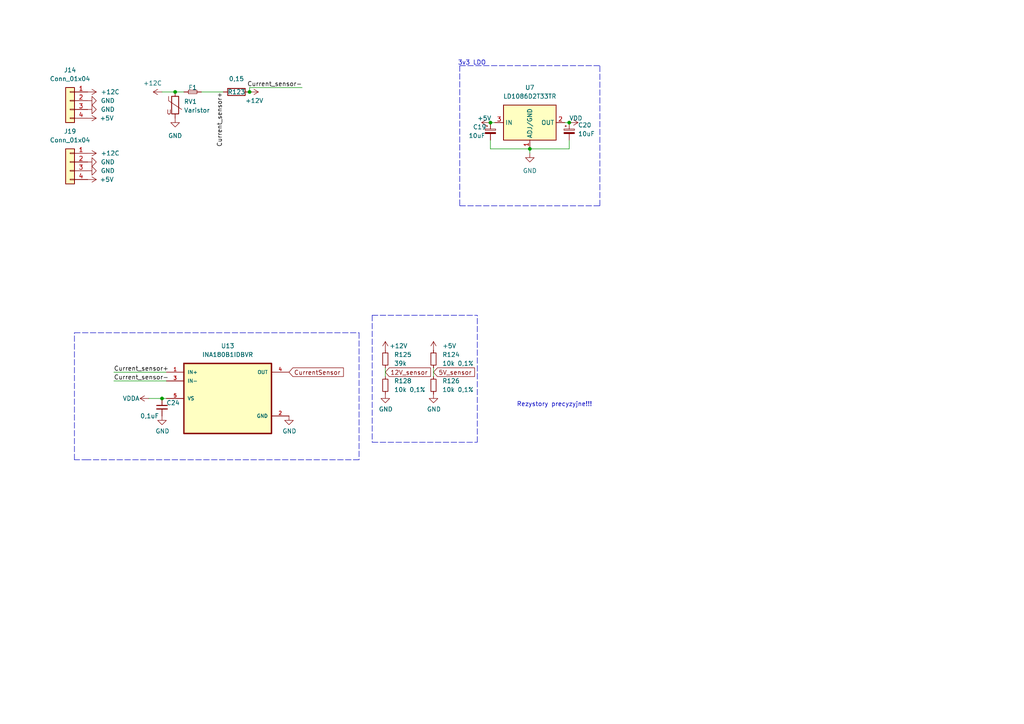
<source format=kicad_sch>
(kicad_sch (version 20211123) (generator eeschema)
  (paper "A4")
  (title_block (date "2022-11-22"))
  (lib_symbols
    (symbol "Amplifier_Current:INA180B1IDBVR" (pin_names (offset 1.016))
      (property "Reference" "U" (at -12.7 11.16 0))
      (property "Value" "INA180B1IDBVR" (at -12.7 -14.16 0))
      (symbol "INA180B1IDBVR_0_0"
        (rectangle (start -12.7 -10.16) (end 12.7 10.16) (stroke (width 0.41)) (fill (type background)))
        (pin input line (at -17.78 7.62 0) (length 5.08) (name "IN+") (number "1"))
        (pin power_in line (at 17.78 -5.08 180) (length 5.08) (name "GND") (number "2"))
        (pin input line (at -17.78 5.08 0) (length 5.08) (name "IN-") (number "3"))
        (pin output line (at 17.78 7.62 180) (length 5.08) (name "OUT") (number "4"))
        (pin bidirectional line (at -17.78 0 0) (length 5.08) (name "VS") (number "5"))
      )
    )
    (symbol "Connector_Generic:Conn_01x04" (pin_names (offset 1.016) hide)
      (property "Reference" "J" (at 0 5.08 0))
      (property "Value" "Conn_01x04" (at 0 -7.62 0))
      (symbol "Conn_01x04_1_1"
        (rectangle (start -1.27 -4.953) (end 0 -5.207) (stroke (width 0.1524)))
        (rectangle (start -1.27 -2.413) (end 0 -2.667) (stroke (width 0.1524)))
        (rectangle (start -1.27 0.127) (end 0 -0.127) (stroke (width 0.1524)))
        (rectangle (start -1.27 2.667) (end 0 2.413) (stroke (width 0.1524)))
        (rectangle (start -1.27 3.81) (end 1.27 -6.35) (stroke (width 0.254)) (fill (type background)))
        (pin passive line (at -5.08 2.54 0) (length 3.81) (name "Pin_1") (number "1"))
        (pin passive line (at -5.08 0 0) (length 3.81) (name "Pin_2") (number "2"))
        (pin passive line (at -5.08 -2.54 0) (length 3.81) (name "Pin_3") (number "3"))
        (pin passive line (at -5.08 -5.08 0) (length 3.81) (name "Pin_4") (number "4"))
      )
    )
    (symbol "Device:C_Polarized_Small" (pin_numbers hide) (pin_names (offset 0.254) hide)
      (property "Reference" "C" (at 0.254 1.778 0))
      (property "Value" "C_Polarized_Small" (at 0.254 -2.032 0))
      (symbol "C_Polarized_Small_0_1"
        (rectangle (start -1.524 -0.3048) (end 1.524 -0.6858) (fill (type outline)))
        (rectangle (start -1.524 0.6858) (end 1.524 0.3048))
        (polyline (pts (xy -1.27 1.524) (xy -0.762 1.524)))
        (polyline (pts (xy -1.016 1.27) (xy -1.016 1.778)))
      )
      (symbol "C_Polarized_Small_1_1"
        (pin passive line (at 0 2.54 270) (length 1.8542) (name "~") (number "1"))
        (pin passive line (at 0 -2.54 90) (length 1.8542) (name "~") (number "2"))
      )
    )
    (symbol "Device:C_Small" (pin_numbers hide) (pin_names (offset 0.254) hide)
      (property "Reference" "C" (at 0.254 1.778 0))
      (property "Value" "C_Small" (at 0.254 -2.032 0))
      (symbol "C_Small_0_1"
        (polyline (pts (xy -1.524 -0.508) (xy 1.524 -0.508)) (stroke (width 0.3302)))
        (polyline (pts (xy -1.524 0.508) (xy 1.524 0.508)) (stroke (width 0.3048)))
      )
      (symbol "C_Small_1_1"
        (pin passive line (at 0 2.54 270) (length 2.032) (name "~") (number "1"))
        (pin passive line (at 0 -2.54 90) (length 2.032) (name "~") (number "2"))
      )
    )
    (symbol "Device:Fuse_Small" (pin_numbers hide) (pin_names (offset 0.254) hide)
      (property "Reference" "F" (at 0 -1.524 0))
      (property "Value" "Fuse_Small" (at 0 1.524 0))
      (symbol "Fuse_Small_0_1"
        (rectangle (start -1.27 0.508) (end 1.27 -0.508))
        (polyline (pts (xy -1.27 0) (xy 1.27 0)))
      )
      (symbol "Fuse_Small_1_1"
        (pin passive line (at -2.54 0 0) (length 1.27) (name "~") (number "1"))
        (pin passive line (at 2.54 0 180) (length 1.27) (name "~") (number "2"))
      )
    )
    (symbol "Device:R" (pin_numbers hide) (pin_names (offset 0))
      (property "Reference" "R" (at 2.032 0 90))
      (property "Value" "R" (at 0 0 90))
      (symbol "R_0_1"
        (rectangle (start -1.016 -2.54) (end 1.016 2.54) (stroke (width 0.254)))
      )
      (symbol "R_1_1"
        (pin passive line (at 0 3.81 270) (length 1.27) (name "~") (number "1"))
        (pin passive line (at 0 -3.81 90) (length 1.27) (name "~") (number "2"))
      )
    )
    (symbol "Device:R_Small" (pin_numbers hide) (pin_names (offset 0.254) hide)
      (property "Reference" "R" (at 0.762 0.508 0))
      (property "Value" "R_Small" (at 0.762 -1.016 0))
      (symbol "R_Small_0_1"
        (rectangle (start -0.762 1.778) (end 0.762 -1.778) (stroke (width 0.2032)))
      )
      (symbol "R_Small_1_1"
        (pin passive line (at 0 2.54 270) (length 0.762) (name "~") (number "1"))
        (pin passive line (at 0 -2.54 90) (length 0.762) (name "~") (number "2"))
      )
    )
    (symbol "Device:Varistor" (pin_numbers hide) (pin_names (offset 0))
      (property "Reference" "RV" (at 3.175 0 90))
      (property "Value" "Varistor" (at -3.175 0 90))
      (symbol "Varistor_0_0"
        (text "U" (at -1.778 -2.032 0) (effects (font (size 1.27 1.27))))
      )
      (symbol "Varistor_0_1"
        (rectangle (start -1.016 -2.54) (end 1.016 2.54) (stroke (width 0.254)))
        (polyline (pts (xy -1.905 2.54) (xy -1.905 1.27) (xy 1.905 -1.27)))
      )
      (symbol "Varistor_1_1"
        (pin passive line (at 0 3.81 270) (length 1.27) (name "~") (number "1"))
        (pin passive line (at 0 -3.81 90) (length 1.27) (name "~") (number "2"))
      )
    )
    (symbol "Regulator_Linear:LD1086D2T33TR"
      (property "Reference" "U" (at 0 10.16 0))
      (property "Value" "LD1086D2T33TR" (at 0 7.62 0))
      (symbol "LD1086D2T33TR_1_1"
        (rectangle (start -7.62 -5.08) (end 7.62 5.08) (stroke (width 0.254)) (fill (type background)))
        (pin input line (at 0 -7.62 90) (length 2.54) (name "ADJ/GND") (number "1"))
        (pin power_out line (at 10.16 0 180) (length 2.54) (name "OUT") (number "2"))
        (pin power_in line (at -10.16 0 0) (length 2.54) (name "IN") (number "3"))
      )
    )
    (symbol "power:+12C" (power) (pin_names (offset 0))
      (property "Value" "+12C" (at 0 3.81 0))
      (symbol "+12C_0_1"
        (polyline (pts (xy -0.762 1.27) (xy 0 2.54)))
        (polyline (pts (xy 0 0) (xy 0 2.54)))
        (polyline (pts (xy 0 2.54) (xy 0.762 1.27)))
      )
      (symbol "+12C_1_1"
        (pin power_in line (at 0 0 90) (length 0) hide (name "+12C") (number "1"))
      )
    )
    (symbol "power:+12V" (power) (pin_names (offset 0))
      (property "Value" "+12V" (at 0 3.556 0))
      (symbol "+12V_0_1"
        (polyline (pts (xy -0.762 1.27) (xy 0 2.54)))
        (polyline (pts (xy 0 0) (xy 0 2.54)))
        (polyline (pts (xy 0 2.54) (xy 0.762 1.27)))
      )
      (symbol "+12V_1_1"
        (pin power_in line (at 0 0 90) (length 0) hide (name "+12V") (number "1"))
      )
    )
    (symbol "power:+5V" (power) (pin_names (offset 0))
      (property "Value" "+5V" (at 0 3.556 0))
      (symbol "+5V_0_1"
        (polyline (pts (xy -0.762 1.27) (xy 0 2.54)))
        (polyline (pts (xy 0 0) (xy 0 2.54)))
        (polyline (pts (xy 0 2.54) (xy 0.762 1.27)))
      )
      (symbol "+5V_1_1"
        (pin power_in line (at 0 0 90) (length 0) hide (name "+5V") (number "1"))
      )
    )
    (symbol "power:GND" (power) (pin_names (offset 0))
      (property "Value" "GND" (at 0 -3.81 0))
      (symbol "GND_0_1"
        (polyline (pts (xy 0 0) (xy 0 -1.27) (xy 1.27 -1.27) (xy 0 -2.54) (xy -1.27 -1.27) (xy 0 -1.27)))
      )
      (symbol "GND_1_1"
        (pin power_in line (at 0 0 270) (length 0) hide (name "GND") (number "1"))
      )
    )
    (symbol "power:VDD" (power) (pin_names (offset 0))
      (property "Value" "VDD" (at 0 3.81 0))
      (symbol "VDD_0_1"
        (polyline (pts (xy -0.762 1.27) (xy 0 2.54)))
        (polyline (pts (xy 0 0) (xy 0 2.54)))
        (polyline (pts (xy 0 2.54) (xy 0.762 1.27)))
      )
      (symbol "VDD_1_1"
        (pin power_in line (at 0 0 90) (length 0) hide (name "VDD") (number "1"))
      )
    )
    (symbol "power:VDDA" (power) (pin_names (offset 0))
      (property "Value" "VDDA" (at 0 3.81 0))
      (symbol "VDDA_0_1"
        (polyline (pts (xy -0.762 1.27) (xy 0 2.54)))
        (polyline (pts (xy 0 0) (xy 0 2.54)))
        (polyline (pts (xy 0 2.54) (xy 0.762 1.27)))
      )
      (symbol "VDDA_1_1"
        (pin power_in line (at 0 0 90) (length 0) hide (name "VDDA") (number "1"))
      )
    )
  )
  (junction (at 46.99 115.57))
  (junction (at 50.8 26.67))
  (junction (at 165.1 35.56))
  (junction (at 72.39 26.67))
  (junction (at 153.67 43.18))
  (junction (at 142.24 35.56))
  (wire (pts (xy 125.73 106.68) (xy 125.73 109.22)))
  (polyline (pts (xy 25.4 133.35) (xy 21.59 133.35)))
  (polyline (pts (xy 107.95 91.44) (xy 107.95 128.27)))
  (polyline (pts (xy 138.43 128.27) (xy 138.43 91.44)))
  (polyline (pts (xy 104.14 133.35) (xy 25.4 133.35)))
  (wire (pts (xy 50.8 26.67) (xy 53.34 26.67)))
  (wire (pts (xy 87.63 25.4) (xy 72.39 25.4)))
  (wire (pts (xy 142.24 35.56) (xy 143.51 35.56)))
  (polyline (pts (xy 107.95 91.44) (xy 138.43 91.44)))
  (wire (pts (xy 72.39 25.4) (xy 72.39 26.67)))
  (polyline (pts (xy 21.59 133.35) (xy 21.59 96.52)))
  (polyline (pts (xy 173.99 59.69) (xy 173.99 19.05)))
  (polyline (pts (xy 21.59 96.52) (xy 104.14 96.52)))
  (wire (pts (xy 142.24 40.64) (xy 142.24 43.18)))
  (wire (pts (xy 142.24 43.18) (xy 153.67 43.18)))
  (wire (pts (xy 165.1 43.18) (xy 153.67 43.18)))
  (wire (pts (xy 153.67 44.45) (xy 153.67 43.18)))
  (wire (pts (xy 46.99 26.67) (xy 50.8 26.67)))
  (wire (pts (xy 43.18 115.57) (xy 46.99 115.57)))
  (wire (pts (xy 58.42 26.67) (xy 64.77 26.67)))
  (polyline (pts (xy 133.35 19.05) (xy 173.99 19.05)))
  (wire (pts (xy 111.76 106.68) (xy 111.76 109.22)))
  (wire (pts (xy 33.02 107.95) (xy 48.26 107.95)))
  (wire (pts (xy 33.02 110.49) (xy 48.26 110.49)))
  (polyline (pts (xy 133.35 19.05) (xy 133.35 59.69)))
  (wire (pts (xy 46.99 115.57) (xy 48.26 115.57)))
  (wire (pts (xy 163.83 35.56) (xy 165.1 35.56)))
  (polyline (pts (xy 107.95 128.27) (xy 138.43 128.27)))
  (polyline (pts (xy 133.35 59.69) (xy 173.99 59.69)))
  (polyline (pts (xy 104.14 96.52) (xy 104.14 133.35)))
  (wire (pts (xy 165.1 40.64) (xy 165.1 43.18)))
  (text "3v3 LDO" (at 140.97 19.05 180) (effects (font (size 1.27 1.27)) (justify right bottom)))
  (text "Rezystory precyzyjne!!!" (at 149.86 118.11 0) (effects (font (size 1.27 1.27)) (justify left bottom)))
  (label "Current_sensor+" (at 33.02 107.95 0))
  (label "Current_sensor+" (at 64.77 26.67 270))
  (label "Current_sensor-" (at 87.63 25.4 180))
  (label "Current_sensor-" (at 33.02 110.49 0))
  (global_label "5V_sensor" (shape input) (at 125.73 107.95 0) (property "Intersheet References" "${INTERSHEET_REFS}" (effects hide)))
  (global_label "CurrentSensor" (shape input) (at 83.82 107.95 0) (property "Intersheet References" "${INTERSHEET_REFS}" (effects hide)))
  (global_label "12V_sensor" (shape input) (at 111.76 107.95 0) (property "Intersheet References" "${INTERSHEET_REFS}" (effects hide)))
  (symbol (lib_id "power:+5V") (at 142.24 35.56 90) (unit 1)
    (property "Reference" "#PWR076" (effects hide))
    (property "Value" "+5V" (at 138.43 34.29 90) (effects (justify right)))
  )
  (symbol (lib_id "power:GND") (at 46.99 120.65 0) (unit 1)
    (property "Reference" "#PWR0138" (effects hide))
    (property "Value" "GND" (at 47.117 125.0442 0))
  )
  (symbol (lib_id "power:+12V") (at 111.76 101.6 0) (unit 1)
    (property "Reference" "#PWR0152" (effects hide))
    (property "Value" "+12V" (at 115.57 100.33 0))
  )
  (symbol (lib_id "Device:C_Polarized_Small") (at 165.1 38.1 0) (unit 1)
    (property "Reference" "C20" (at 167.64 36.2838 0) (effects (justify left)))
    (property "Value" "10uF" (at 167.64 38.8238 0) (effects (justify left)))
    (property "Footprint" "Capacitor_SMD:C_0603_1608Metric" (effects hide))
    (property "TME" "CL10B105KA8NNNC" (effects hide))
    (property "LCSC" "C19702" (effects hide))
  )
  (symbol (lib_id "power:GND") (at 83.82 120.65 0) (unit 1)
    (property "Reference" "#PWR0158" (effects hide))
    (property "Value" "GND" (at 83.947 125.0442 0))
  )
  (symbol (lib_id "power:GND") (at 25.4 29.21 90) (unit 1)
    (property "Reference" "#PWR0131" (effects hide))
    (property "Value" "GND" (at 29.21 29.2099 90) (effects (justify right)))
  )
  (symbol (lib_id "power:GND") (at 125.73 114.3 0) (unit 1)
    (property "Reference" "#PWR0154" (effects hide))
    (property "Value" "GND" (at 125.857 118.6942 0))
  )
  (symbol (lib_id "power:GND") (at 25.4 46.99 90) (unit 1)
    (property "Reference" "#PWR033" (effects hide))
    (property "Value" "GND" (at 29.21 46.9899 90) (effects (justify right)))
  )
  (symbol (lib_id "Connector_Generic:Conn_01x04") (at 20.32 29.21 0) (mirror y) (unit 1)
    (property "Reference" "J14" (at 20.32 20.32 0))
    (property "Value" "Conn_01x04" (at 20.32 22.86 0))
    (property "Footprint" "Connector_Molex:Molex_KK-254_AE-6410-04A_1x04_P2.54mm_Vertical" (effects hide))
    (property "Populate" "no" (effects hide))
  )
  (symbol (lib_id "Device:R") (at 68.58 26.67 90) (unit 1)
    (property "Reference" "R123" (at 68.58 26.67 90))
    (property "Value" "0,15" (at 68.58 22.86 90))
    (property "Footprint" "Resistor_SMD:R_2512_6332Metric" (effects hide))
    (property "Datasheet" "https://www.tme.eu/pl/details/lrp2512-r015-1%25/rezystory-smd/viking/lrp12ftdrr015/" (effects hide))
    (property "TME" "LRP2512-R015-1%" (effects hide))
    (property "LCSC" "C335237" (effects hide))
  )
  (symbol (lib_id "Connector_Generic:Conn_01x04") (at 20.32 46.99 0) (mirror y) (unit 1)
    (property "Reference" "J19" (at 20.32 38.1 0))
    (property "Value" "Conn_01x04" (at 20.32 40.64 0))
    (property "Footprint" "Connector_Molex:Molex_KK-254_AE-6410-04A_1x04_P2.54mm_Vertical" (effects hide))
    (property "Populate" "no" (effects hide))
  )
  (symbol (lib_id "power:+12C") (at 25.4 44.45 270) (unit 1)
    (property "Reference" "#PWR032" (effects hide))
    (property "Value" "+12C" (at 29.21 44.45 90) (effects (justify left)))
  )
  (symbol (lib_id "power:+5V") (at 125.73 101.6 0) (unit 1)
    (property "Reference" "#PWR0153" (effects hide))
    (property "Value" "+5V" (at 128.27 100.3299 0) (effects (justify left)))
  )
  (symbol (lib_id "Amplifier_Current:INA180B1IDBVR") (at 66.04 115.57 0) (unit 1)
    (property "Reference" "U13" (at 66.04 100.33 0))
    (property "Value" "INA180B1IDBVR" (at 66.04 102.87 0))
    (property "Footprint" "Package_TO_SOT_SMD:SOT95P280X145-5N" (effects hide))
    (property "TME" "INA180B1IDBVR" (effects hide))
    (property "LCSC" "C122882" (effects hide))
  )
  (symbol (lib_id "Device:C_Small") (at 46.99 118.11 0) (unit 1)
    (property "Reference" "C24" (at 48.26 116.84 0) (effects (justify left)))
    (property "Value" "0,1uF" (at 40.64 120.65 0) (effects (justify left)))
    (property "Footprint" "Capacitor_SMD:C_0603_1608Metric" (effects hide))
    (property "TME" "0603B104K250CT" (effects hide))
    (property "LCSC" "C14663" (effects hide))
  )
  (symbol (lib_id "power:VDD") (at 165.1 35.56 270) (unit 1)
    (property "Reference" "#PWR077" (effects hide))
    (property "Value" "VDD" (at 165.1 34.29 90) (effects (justify left)))
  )
  (symbol (lib_id "Device:R_Small") (at 111.76 104.14 180) (unit 1)
    (property "Reference" "R125" (at 114.3 102.8699 0) (effects (justify right)))
    (property "Value" "39k" (at 114.3 105.4099 0) (effects (justify right)))
    (property "Footprint" "Resistor_SMD:R_0603_1608Metric" (effects hide))
    (property "Datasheet" "https://www.tme.eu/pl/details/ar0603-39k-0.1%25/rezystory-smd/viking/ar03btcx3902/" (effects hide))
    (property "TME" "AR0603-39K-0.1%" (effects hide))
    (property "LCSC" "C23153" (effects hide))
  )
  (symbol (lib_id "power:GND") (at 50.8 34.29 0) (unit 1)
    (property "Reference" "#PWR026" (effects hide))
    (property "Value" "GND" (at 50.8 39.37 0))
  )
  (symbol (lib_id "power:+5V") (at 25.4 34.29 270) (unit 1)
    (property "Reference" "#PWR0133" (effects hide))
    (property "Value" "+5V" (at 33.02 34.29 90) (effects (justify right)))
  )
  (symbol (lib_id "Device:Varistor") (at 50.8 30.48 0) (unit 1)
    (property "Reference" "RV1" (at 53.34 29.4631 0) (effects (justify left)))
    (property "Value" "Varistor" (at 53.34 32.0031 0) (effects (justify left)))
    (property "Footprint" "Varistor:RV_Disc_D7mm_W3.4mm_P5mm" (effects hide))
    (property "Datasheet" "https://www.tme.eu/pl/details/v18za1p/warystory-tht/littelfuse/" (effects hide))
    (property "TME" "V18ZA1P" (effects hide))
    (property "Populate" "no" (effects hide))
  )
  (symbol (lib_id "Regulator_Linear:LD1086D2T33TR") (at 153.67 35.56 0) (unit 1)
    (property "Reference" "U7" (at 153.67 25.4 0))
    (property "Value" "LD1086D2T33TR" (at 153.67 27.94 0))
    (property "Footprint" "Package_TO_SOT_SMD:TO-263-2" (effects hide))
    (property "Datasheet" "https://www.tme.eu/pl/details/ld1086dt33tr/stabilizatory-napiecia-nieregulowane-ldo/stmicroelectronics/" (effects hide))
    (property "TME" "LD1086DT33TR" (effects hide))
    (property "LCSC" "C7915" (effects hide))
  )
  (symbol (lib_id "power:GND") (at 25.4 49.53 90) (unit 1)
    (property "Reference" "#PWR034" (effects hide))
    (property "Value" "GND" (at 29.21 49.5299 90) (effects (justify right)))
  )
  (symbol (lib_id "power:+12V") (at 72.39 26.67 270) (unit 1)
    (property "Reference" "#PWR075" (effects hide))
    (property "Value" "+12V" (at 71.12 29.21 90) (effects (justify left)))
  )
  (symbol (lib_id "power:VDDA") (at 43.18 115.57 90) (unit 1)
    (property "Reference" "#PWR0149" (effects hide))
    (property "Value" "VDDA" (at 35.56 115.57 90) (effects (justify right)))
  )
  (symbol (lib_id "power:GND") (at 153.67 44.45 0) (unit 1)
    (property "Reference" "#PWR079" (effects hide))
    (property "Value" "GND" (at 153.67 49.53 0))
  )
  (symbol (lib_id "power:+12C") (at 25.4 26.67 270) (unit 1)
    (property "Reference" "#PWR0130" (effects hide))
    (property "Value" "+12C" (at 29.21 26.67 90) (effects (justify left)))
  )
  (symbol (lib_id "Device:R_Small") (at 111.76 111.76 180) (unit 1)
    (property "Reference" "R128" (at 114.3 110.4899 0) (effects (justify right)))
    (property "Value" "10k 0,1%" (at 114.3 113.0299 0) (effects (justify right)))
    (property "Footprint" "Resistor_SMD:R_0603_1608Metric" (effects hide))
    (property "Datasheet" "https://www.tme.eu/pl/details/ar0603-10k-0.1%25/rezystory-smd/viking/ar03btcx1002/" (effects hide))
    (property "TME" "AR0603-10K-0.1%" (effects hide))
    (property "LCSC" "C374378" (effects hide))
  )
  (symbol (lib_id "Device:Fuse_Small") (at 55.88 26.67 0) (unit 1)
    (property "Reference" "F1" (at 55.88 25.4 0))
    (property "Value" "Fuse_Small" (effects hide))
    (property "Footprint" "Fuse:Fuseholder_Littelfuse_100_series_5x20mm" (effects hide))
    (property "Datasheet" "https://www.tme.eu/pl/details/04450001n/gniazda-bezpiecznikowe-pcb/littelfuse/" (effects hide))
    (property "TME" "04450001N" (effects hide))
    (property "Populate" "no" (effects hide))
  )
  (symbol (lib_id "Device:R_Small") (at 125.73 111.76 180) (unit 1)
    (property "Reference" "R126" (at 128.27 110.4899 0) (effects (justify right)))
    (property "Value" "10k 0,1%" (at 128.27 113.0299 0) (effects (justify right)))
    (property "Footprint" "Resistor_SMD:R_0603_1608Metric" (effects hide))
    (property "Datasheet" "https://www.tme.eu/pl/details/ar0603-10k-0.1%25/rezystory-smd/viking/ar03btcx1002/" (effects hide))
    (property "TME" "AR0603-10K-0.1%" (effects hide))
    (property "LCSC" "C374378" (effects hide))
  )
  (symbol (lib_id "Device:R_Small") (at 125.73 104.14 180) (unit 1)
    (property "Reference" "R124" (at 128.27 102.8699 0) (effects (justify right)))
    (property "Value" "10k 0,1%" (at 128.27 105.4099 0) (effects (justify right)))
    (property "Footprint" "Resistor_SMD:R_0603_1608Metric" (effects hide))
    (property "Datasheet" "https://www.tme.eu/pl/details/ar0603-10k-0.1%25/rezystory-smd/viking/ar03btcx1002/" (effects hide))
    (property "TME" "AR0603-10K-0.1%" (effects hide))
    (property "LCSC" "C374378" (effects hide))
  )
  (symbol (lib_id "power:+12C") (at 46.99 26.67 90) (unit 1)
    (property "Reference" "#PWR0150" (effects hide))
    (property "Value" "+12C" (at 46.99 24.13 90) (effects (justify left)))
  )
  (symbol (lib_id "power:+5V") (at 25.4 52.07 270) (unit 1)
    (property "Reference" "#PWR036" (effects hide))
    (property "Value" "+5V" (at 33.02 52.07 90) (effects (justify right)))
  )
  (symbol (lib_id "Device:C_Polarized_Small") (at 142.24 38.1 0) (unit 1)
    (property "Reference" "C19" (at 137.16 36.83 0) (effects (justify left)))
    (property "Value" "10uF" (at 135.89 39.37 0) (effects (justify left)))
    (property "Footprint" "Capacitor_SMD:C_0603_1608Metric" (effects hide))
    (property "TME" "CL10B105KA8NNNC" (effects hide))
    (property "LCSC" "C19702" (effects hide))
  )
  (symbol (lib_id "power:GND") (at 25.4 31.75 90) (unit 1)
    (property "Reference" "#PWR0132" (effects hide))
    (property "Value" "GND" (at 29.21 31.7499 90) (effects (justify right)))
  )
  (symbol (lib_id "power:GND") (at 111.76 114.3 0) (unit 1)
    (property "Reference" "#PWR0155" (effects hide))
    (property "Value" "GND" (at 111.887 118.6942 0))
  )
)
</source>
